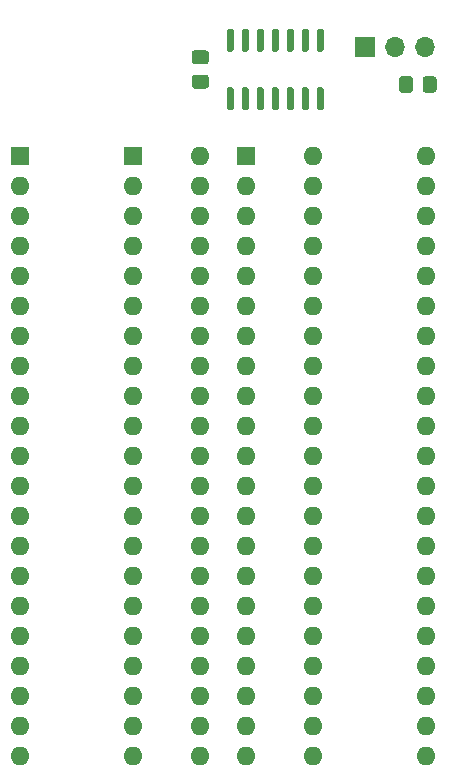
<source format=gbr>
%TF.GenerationSoftware,KiCad,Pcbnew,(5.1.10)-1*%
%TF.CreationDate,2022-03-17T12:17:49-05:00*%
%TF.ProjectId,gummyswitch,67756d6d-7973-4776-9974-63682e6b6963,rev?*%
%TF.SameCoordinates,Original*%
%TF.FileFunction,Soldermask,Top*%
%TF.FilePolarity,Negative*%
%FSLAX46Y46*%
G04 Gerber Fmt 4.6, Leading zero omitted, Abs format (unit mm)*
G04 Created by KiCad (PCBNEW (5.1.10)-1) date 2022-03-17 12:17:49*
%MOMM*%
%LPD*%
G01*
G04 APERTURE LIST*
%ADD10R,1.600000X1.600000*%
%ADD11O,1.600000X1.600000*%
%ADD12O,1.700000X1.700000*%
%ADD13R,1.700000X1.700000*%
G04 APERTURE END LIST*
D10*
%TO.C,U2*%
X109220000Y-40970000D03*
D11*
X124460000Y-91770000D03*
X109220000Y-43510000D03*
X124460000Y-89230000D03*
X109220000Y-46050000D03*
X124460000Y-86690000D03*
X109220000Y-48590000D03*
X124460000Y-84150000D03*
X109220000Y-51130000D03*
X124460000Y-81610000D03*
X109220000Y-53670000D03*
X124460000Y-79070000D03*
X109220000Y-56210000D03*
X124460000Y-76530000D03*
X109220000Y-58750000D03*
X124460000Y-73990000D03*
X109220000Y-61290000D03*
X124460000Y-71450000D03*
X109220000Y-63830000D03*
X124460000Y-68910000D03*
X109220000Y-66370000D03*
X124460000Y-66370000D03*
X109220000Y-68910000D03*
X124460000Y-63830000D03*
X109220000Y-71450000D03*
X124460000Y-61290000D03*
X109220000Y-73990000D03*
X124460000Y-58750000D03*
X109220000Y-76530000D03*
X124460000Y-56210000D03*
X109220000Y-79070000D03*
X124460000Y-53670000D03*
X109220000Y-81610000D03*
X124460000Y-51130000D03*
X109220000Y-84150000D03*
X124460000Y-48590000D03*
X109220000Y-86690000D03*
X124460000Y-46050000D03*
X109220000Y-89230000D03*
X124460000Y-43510000D03*
X109220000Y-91770000D03*
X124460000Y-40970000D03*
%TD*%
%TO.C,C1*%
G36*
G01*
X114460000Y-32030000D02*
X115410000Y-32030000D01*
G75*
G02*
X115660000Y-32280000I0J-250000D01*
G01*
X115660000Y-32955000D01*
G75*
G02*
X115410000Y-33205000I-250000J0D01*
G01*
X114460000Y-33205000D01*
G75*
G02*
X114210000Y-32955000I0J250000D01*
G01*
X114210000Y-32280000D01*
G75*
G02*
X114460000Y-32030000I250000J0D01*
G01*
G37*
G36*
G01*
X114460000Y-34105000D02*
X115410000Y-34105000D01*
G75*
G02*
X115660000Y-34355000I0J-250000D01*
G01*
X115660000Y-35030000D01*
G75*
G02*
X115410000Y-35280000I-250000J0D01*
G01*
X114460000Y-35280000D01*
G75*
G02*
X114210000Y-35030000I0J250000D01*
G01*
X114210000Y-34355000D01*
G75*
G02*
X114460000Y-34105000I250000J0D01*
G01*
G37*
%TD*%
%TO.C,R1*%
G36*
G01*
X133750000Y-35375001D02*
X133750000Y-34474999D01*
G75*
G02*
X133999999Y-34225000I249999J0D01*
G01*
X134700001Y-34225000D01*
G75*
G02*
X134950000Y-34474999I0J-249999D01*
G01*
X134950000Y-35375001D01*
G75*
G02*
X134700001Y-35625000I-249999J0D01*
G01*
X133999999Y-35625000D01*
G75*
G02*
X133750000Y-35375001I0J249999D01*
G01*
G37*
G36*
G01*
X131750000Y-35375001D02*
X131750000Y-34474999D01*
G75*
G02*
X131999999Y-34225000I249999J0D01*
G01*
X132700001Y-34225000D01*
G75*
G02*
X132950000Y-34474999I0J-249999D01*
G01*
X132950000Y-35375001D01*
G75*
G02*
X132700001Y-35625000I-249999J0D01*
G01*
X131999999Y-35625000D01*
G75*
G02*
X131750000Y-35375001I0J249999D01*
G01*
G37*
%TD*%
D12*
%TO.C,SW1*%
X133985000Y-31750000D03*
X131445000Y-31750000D03*
D13*
X128905000Y-31750000D03*
%TD*%
%TO.C,U1*%
G36*
G01*
X117625000Y-32155000D02*
X117325000Y-32155000D01*
G75*
G02*
X117175000Y-32005000I0J150000D01*
G01*
X117175000Y-30355000D01*
G75*
G02*
X117325000Y-30205000I150000J0D01*
G01*
X117625000Y-30205000D01*
G75*
G02*
X117775000Y-30355000I0J-150000D01*
G01*
X117775000Y-32005000D01*
G75*
G02*
X117625000Y-32155000I-150000J0D01*
G01*
G37*
G36*
G01*
X118895000Y-32155000D02*
X118595000Y-32155000D01*
G75*
G02*
X118445000Y-32005000I0J150000D01*
G01*
X118445000Y-30355000D01*
G75*
G02*
X118595000Y-30205000I150000J0D01*
G01*
X118895000Y-30205000D01*
G75*
G02*
X119045000Y-30355000I0J-150000D01*
G01*
X119045000Y-32005000D01*
G75*
G02*
X118895000Y-32155000I-150000J0D01*
G01*
G37*
G36*
G01*
X120165000Y-32155000D02*
X119865000Y-32155000D01*
G75*
G02*
X119715000Y-32005000I0J150000D01*
G01*
X119715000Y-30355000D01*
G75*
G02*
X119865000Y-30205000I150000J0D01*
G01*
X120165000Y-30205000D01*
G75*
G02*
X120315000Y-30355000I0J-150000D01*
G01*
X120315000Y-32005000D01*
G75*
G02*
X120165000Y-32155000I-150000J0D01*
G01*
G37*
G36*
G01*
X121435000Y-32155000D02*
X121135000Y-32155000D01*
G75*
G02*
X120985000Y-32005000I0J150000D01*
G01*
X120985000Y-30355000D01*
G75*
G02*
X121135000Y-30205000I150000J0D01*
G01*
X121435000Y-30205000D01*
G75*
G02*
X121585000Y-30355000I0J-150000D01*
G01*
X121585000Y-32005000D01*
G75*
G02*
X121435000Y-32155000I-150000J0D01*
G01*
G37*
G36*
G01*
X122705000Y-32155000D02*
X122405000Y-32155000D01*
G75*
G02*
X122255000Y-32005000I0J150000D01*
G01*
X122255000Y-30355000D01*
G75*
G02*
X122405000Y-30205000I150000J0D01*
G01*
X122705000Y-30205000D01*
G75*
G02*
X122855000Y-30355000I0J-150000D01*
G01*
X122855000Y-32005000D01*
G75*
G02*
X122705000Y-32155000I-150000J0D01*
G01*
G37*
G36*
G01*
X123975000Y-32155000D02*
X123675000Y-32155000D01*
G75*
G02*
X123525000Y-32005000I0J150000D01*
G01*
X123525000Y-30355000D01*
G75*
G02*
X123675000Y-30205000I150000J0D01*
G01*
X123975000Y-30205000D01*
G75*
G02*
X124125000Y-30355000I0J-150000D01*
G01*
X124125000Y-32005000D01*
G75*
G02*
X123975000Y-32155000I-150000J0D01*
G01*
G37*
G36*
G01*
X125245000Y-32155000D02*
X124945000Y-32155000D01*
G75*
G02*
X124795000Y-32005000I0J150000D01*
G01*
X124795000Y-30355000D01*
G75*
G02*
X124945000Y-30205000I150000J0D01*
G01*
X125245000Y-30205000D01*
G75*
G02*
X125395000Y-30355000I0J-150000D01*
G01*
X125395000Y-32005000D01*
G75*
G02*
X125245000Y-32155000I-150000J0D01*
G01*
G37*
G36*
G01*
X125245000Y-37105000D02*
X124945000Y-37105000D01*
G75*
G02*
X124795000Y-36955000I0J150000D01*
G01*
X124795000Y-35305000D01*
G75*
G02*
X124945000Y-35155000I150000J0D01*
G01*
X125245000Y-35155000D01*
G75*
G02*
X125395000Y-35305000I0J-150000D01*
G01*
X125395000Y-36955000D01*
G75*
G02*
X125245000Y-37105000I-150000J0D01*
G01*
G37*
G36*
G01*
X123975000Y-37105000D02*
X123675000Y-37105000D01*
G75*
G02*
X123525000Y-36955000I0J150000D01*
G01*
X123525000Y-35305000D01*
G75*
G02*
X123675000Y-35155000I150000J0D01*
G01*
X123975000Y-35155000D01*
G75*
G02*
X124125000Y-35305000I0J-150000D01*
G01*
X124125000Y-36955000D01*
G75*
G02*
X123975000Y-37105000I-150000J0D01*
G01*
G37*
G36*
G01*
X122705000Y-37105000D02*
X122405000Y-37105000D01*
G75*
G02*
X122255000Y-36955000I0J150000D01*
G01*
X122255000Y-35305000D01*
G75*
G02*
X122405000Y-35155000I150000J0D01*
G01*
X122705000Y-35155000D01*
G75*
G02*
X122855000Y-35305000I0J-150000D01*
G01*
X122855000Y-36955000D01*
G75*
G02*
X122705000Y-37105000I-150000J0D01*
G01*
G37*
G36*
G01*
X121435000Y-37105000D02*
X121135000Y-37105000D01*
G75*
G02*
X120985000Y-36955000I0J150000D01*
G01*
X120985000Y-35305000D01*
G75*
G02*
X121135000Y-35155000I150000J0D01*
G01*
X121435000Y-35155000D01*
G75*
G02*
X121585000Y-35305000I0J-150000D01*
G01*
X121585000Y-36955000D01*
G75*
G02*
X121435000Y-37105000I-150000J0D01*
G01*
G37*
G36*
G01*
X120165000Y-37105000D02*
X119865000Y-37105000D01*
G75*
G02*
X119715000Y-36955000I0J150000D01*
G01*
X119715000Y-35305000D01*
G75*
G02*
X119865000Y-35155000I150000J0D01*
G01*
X120165000Y-35155000D01*
G75*
G02*
X120315000Y-35305000I0J-150000D01*
G01*
X120315000Y-36955000D01*
G75*
G02*
X120165000Y-37105000I-150000J0D01*
G01*
G37*
G36*
G01*
X118895000Y-37105000D02*
X118595000Y-37105000D01*
G75*
G02*
X118445000Y-36955000I0J150000D01*
G01*
X118445000Y-35305000D01*
G75*
G02*
X118595000Y-35155000I150000J0D01*
G01*
X118895000Y-35155000D01*
G75*
G02*
X119045000Y-35305000I0J-150000D01*
G01*
X119045000Y-36955000D01*
G75*
G02*
X118895000Y-37105000I-150000J0D01*
G01*
G37*
G36*
G01*
X117625000Y-37105000D02*
X117325000Y-37105000D01*
G75*
G02*
X117175000Y-36955000I0J150000D01*
G01*
X117175000Y-35305000D01*
G75*
G02*
X117325000Y-35155000I150000J0D01*
G01*
X117625000Y-35155000D01*
G75*
G02*
X117775000Y-35305000I0J-150000D01*
G01*
X117775000Y-36955000D01*
G75*
G02*
X117625000Y-37105000I-150000J0D01*
G01*
G37*
%TD*%
D11*
%TO.C,U4*%
X134000000Y-40970000D03*
X118760000Y-91770000D03*
X134000000Y-43510000D03*
X118760000Y-89230000D03*
X134000000Y-46050000D03*
X118760000Y-86690000D03*
X134000000Y-48590000D03*
X118760000Y-84150000D03*
X134000000Y-51130000D03*
X118760000Y-81610000D03*
X134000000Y-53670000D03*
X118760000Y-79070000D03*
X134000000Y-56210000D03*
X118760000Y-76530000D03*
X134000000Y-58750000D03*
X118760000Y-73990000D03*
X134000000Y-61290000D03*
X118760000Y-71450000D03*
X134000000Y-63830000D03*
X118760000Y-68910000D03*
X134000000Y-66370000D03*
X118760000Y-66370000D03*
X134000000Y-68910000D03*
X118760000Y-63830000D03*
X134000000Y-71450000D03*
X118760000Y-61290000D03*
X134000000Y-73990000D03*
X118760000Y-58750000D03*
X134000000Y-76530000D03*
X118760000Y-56210000D03*
X134000000Y-79070000D03*
X118760000Y-53670000D03*
X134000000Y-81610000D03*
X118760000Y-51130000D03*
X134000000Y-84150000D03*
X118760000Y-48590000D03*
X134000000Y-86690000D03*
X118760000Y-46050000D03*
X134000000Y-89230000D03*
X118760000Y-43510000D03*
X134000000Y-91770000D03*
D10*
X118760000Y-40970000D03*
%TD*%
D11*
%TO.C,U3*%
X114935000Y-40970000D03*
X99695000Y-91770000D03*
X114935000Y-43510000D03*
X99695000Y-89230000D03*
X114935000Y-46050000D03*
X99695000Y-86690000D03*
X114935000Y-48590000D03*
X99695000Y-84150000D03*
X114935000Y-51130000D03*
X99695000Y-81610000D03*
X114935000Y-53670000D03*
X99695000Y-79070000D03*
X114935000Y-56210000D03*
X99695000Y-76530000D03*
X114935000Y-58750000D03*
X99695000Y-73990000D03*
X114935000Y-61290000D03*
X99695000Y-71450000D03*
X114935000Y-63830000D03*
X99695000Y-68910000D03*
X114935000Y-66370000D03*
X99695000Y-66370000D03*
X114935000Y-68910000D03*
X99695000Y-63830000D03*
X114935000Y-71450000D03*
X99695000Y-61290000D03*
X114935000Y-73990000D03*
X99695000Y-58750000D03*
X114935000Y-76530000D03*
X99695000Y-56210000D03*
X114935000Y-79070000D03*
X99695000Y-53670000D03*
X114935000Y-81610000D03*
X99695000Y-51130000D03*
X114935000Y-84150000D03*
X99695000Y-48590000D03*
X114935000Y-86690000D03*
X99695000Y-46050000D03*
X114935000Y-89230000D03*
X99695000Y-43510000D03*
X114935000Y-91770000D03*
D10*
X99695000Y-40970000D03*
%TD*%
M02*

</source>
